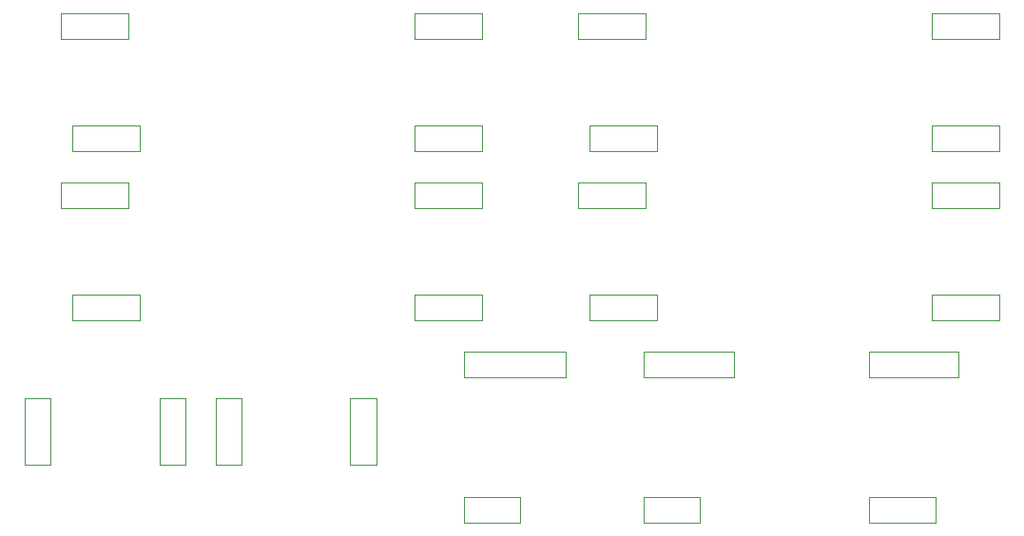
<source format=gbr>
G04 #@! TF.GenerationSoftware,KiCad,Pcbnew,(5.1.4)-1*
G04 #@! TF.CreationDate,2020-11-22T16:06:46-08:00*
G04 #@! TF.ProjectId,ufc_v4_displays_panel,7566635f-7634-45f6-9469-73706c617973,rev?*
G04 #@! TF.SameCoordinates,Original*
G04 #@! TF.FileFunction,Other,User*
%FSLAX46Y46*%
G04 Gerber Fmt 4.6, Leading zero omitted, Abs format (unit mm)*
G04 Created by KiCad (PCBNEW (5.1.4)-1) date 2020-11-22 16:06:46*
%MOMM*%
%LPD*%
G04 APERTURE LIST*
%ADD10C,0.050000*%
G04 APERTURE END LIST*
D10*
X122637500Y-92317000D02*
X122637500Y-90017000D01*
X128637500Y-92317000D02*
X122637500Y-92317000D01*
X128637500Y-90017000D02*
X128637500Y-92317000D01*
X122637500Y-90017000D02*
X128637500Y-90017000D01*
X102637500Y-79317000D02*
X102637500Y-77017000D01*
X110637500Y-79317000D02*
X102637500Y-79317000D01*
X110637500Y-77017000D02*
X110637500Y-79317000D01*
X102637500Y-77017000D02*
X110637500Y-77017000D01*
X122637500Y-77017000D02*
X130637500Y-77017000D01*
X130637500Y-77017000D02*
X130637500Y-79317000D01*
X130637500Y-79317000D02*
X122637500Y-79317000D01*
X122637500Y-79317000D02*
X122637500Y-77017000D01*
X102637500Y-90017000D02*
X107637500Y-90017000D01*
X107637500Y-90017000D02*
X107637500Y-92317000D01*
X107637500Y-92317000D02*
X102637500Y-92317000D01*
X102637500Y-92317000D02*
X102637500Y-90017000D01*
X86637500Y-92317000D02*
X86637500Y-90017000D01*
X91637500Y-92317000D02*
X86637500Y-92317000D01*
X91637500Y-90017000D02*
X91637500Y-92317000D01*
X86637500Y-90017000D02*
X91637500Y-90017000D01*
X86637500Y-79317000D02*
X86637500Y-77017000D01*
X95637500Y-79317000D02*
X86637500Y-79317000D01*
X95637500Y-77017000D02*
X95637500Y-79317000D01*
X86637500Y-77017000D02*
X95637500Y-77017000D01*
X76487500Y-81167000D02*
X78787500Y-81167000D01*
X76487500Y-87167000D02*
X76487500Y-81167000D01*
X78787500Y-87167000D02*
X76487500Y-87167000D01*
X78787500Y-81167000D02*
X78787500Y-87167000D01*
X66787500Y-81167000D02*
X66787500Y-87167000D01*
X66787500Y-87167000D02*
X64487500Y-87167000D01*
X64487500Y-87167000D02*
X64487500Y-81167000D01*
X64487500Y-81167000D02*
X66787500Y-81167000D01*
X59487500Y-81167000D02*
X61787500Y-81167000D01*
X59487500Y-87167000D02*
X59487500Y-81167000D01*
X61787500Y-87167000D02*
X59487500Y-87167000D01*
X61787500Y-81167000D02*
X61787500Y-87167000D01*
X49787500Y-81167000D02*
X49787500Y-87167000D01*
X49787500Y-87167000D02*
X47487500Y-87167000D01*
X47487500Y-87167000D02*
X47487500Y-81167000D01*
X47487500Y-81167000D02*
X49787500Y-81167000D01*
X82237500Y-61952000D02*
X88237500Y-61952000D01*
X88237500Y-61952000D02*
X88237500Y-64252000D01*
X88237500Y-64252000D02*
X82237500Y-64252000D01*
X82237500Y-64252000D02*
X82237500Y-61952000D01*
X82237500Y-71952000D02*
X88237500Y-71952000D01*
X88237500Y-71952000D02*
X88237500Y-74252000D01*
X88237500Y-74252000D02*
X82237500Y-74252000D01*
X82237500Y-74252000D02*
X82237500Y-71952000D01*
X51737500Y-71952000D02*
X57737500Y-71952000D01*
X57737500Y-71952000D02*
X57737500Y-74252000D01*
X57737500Y-74252000D02*
X51737500Y-74252000D01*
X51737500Y-74252000D02*
X51737500Y-71952000D01*
X50737500Y-61952000D02*
X56737500Y-61952000D01*
X56737500Y-61952000D02*
X56737500Y-64252000D01*
X56737500Y-64252000D02*
X50737500Y-64252000D01*
X50737500Y-64252000D02*
X50737500Y-61952000D01*
X128287500Y-61952000D02*
X134287500Y-61952000D01*
X134287500Y-61952000D02*
X134287500Y-64252000D01*
X134287500Y-64252000D02*
X128287500Y-64252000D01*
X128287500Y-64252000D02*
X128287500Y-61952000D01*
X128287500Y-71952000D02*
X134287500Y-71952000D01*
X134287500Y-71952000D02*
X134287500Y-74252000D01*
X134287500Y-74252000D02*
X128287500Y-74252000D01*
X128287500Y-74252000D02*
X128287500Y-71952000D01*
X97787500Y-71952000D02*
X103787500Y-71952000D01*
X103787500Y-71952000D02*
X103787500Y-74252000D01*
X103787500Y-74252000D02*
X97787500Y-74252000D01*
X97787500Y-74252000D02*
X97787500Y-71952000D01*
X96787500Y-61952000D02*
X102787500Y-61952000D01*
X102787500Y-61952000D02*
X102787500Y-64252000D01*
X102787500Y-64252000D02*
X96787500Y-64252000D01*
X96787500Y-64252000D02*
X96787500Y-61952000D01*
X128287500Y-46892000D02*
X134287500Y-46892000D01*
X134287500Y-46892000D02*
X134287500Y-49192000D01*
X134287500Y-49192000D02*
X128287500Y-49192000D01*
X128287500Y-49192000D02*
X128287500Y-46892000D01*
X128287500Y-56892000D02*
X134287500Y-56892000D01*
X134287500Y-56892000D02*
X134287500Y-59192000D01*
X134287500Y-59192000D02*
X128287500Y-59192000D01*
X128287500Y-59192000D02*
X128287500Y-56892000D01*
X97787500Y-56892000D02*
X103787500Y-56892000D01*
X103787500Y-56892000D02*
X103787500Y-59192000D01*
X103787500Y-59192000D02*
X97787500Y-59192000D01*
X97787500Y-59192000D02*
X97787500Y-56892000D01*
X96787500Y-46892000D02*
X102787500Y-46892000D01*
X102787500Y-46892000D02*
X102787500Y-49192000D01*
X102787500Y-49192000D02*
X96787500Y-49192000D01*
X96787500Y-49192000D02*
X96787500Y-46892000D01*
X82237500Y-46892000D02*
X88237500Y-46892000D01*
X88237500Y-46892000D02*
X88237500Y-49192000D01*
X88237500Y-49192000D02*
X82237500Y-49192000D01*
X82237500Y-49192000D02*
X82237500Y-46892000D01*
X82237500Y-56892000D02*
X88237500Y-56892000D01*
X88237500Y-56892000D02*
X88237500Y-59192000D01*
X88237500Y-59192000D02*
X82237500Y-59192000D01*
X82237500Y-59192000D02*
X82237500Y-56892000D01*
X51737500Y-56892000D02*
X57737500Y-56892000D01*
X57737500Y-56892000D02*
X57737500Y-59192000D01*
X57737500Y-59192000D02*
X51737500Y-59192000D01*
X51737500Y-59192000D02*
X51737500Y-56892000D01*
X50737500Y-46892000D02*
X56737500Y-46892000D01*
X56737500Y-46892000D02*
X56737500Y-49192000D01*
X56737500Y-49192000D02*
X50737500Y-49192000D01*
X50737500Y-49192000D02*
X50737500Y-46892000D01*
M02*

</source>
